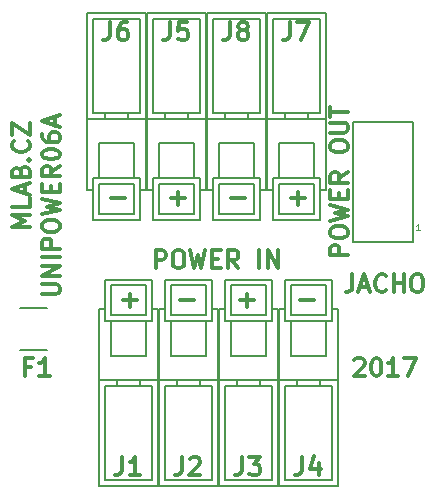
<source format=gbr>
G04 #@! TF.GenerationSoftware,KiCad,Pcbnew,(2017-02-05 revision 431abcf)-makepkg*
G04 #@! TF.CreationDate,2017-03-30T07:50:37+02:00*
G04 #@! TF.ProjectId,UNIPOWER06A,554E49504F5745523036412E6B696361,rev?*
G04 #@! TF.FileFunction,Legend,Top*
G04 #@! TF.FilePolarity,Positive*
%FSLAX46Y46*%
G04 Gerber Fmt 4.6, Leading zero omitted, Abs format (unit mm)*
G04 Created by KiCad (PCBNEW (2017-02-05 revision 431abcf)-makepkg) date 03/30/17 07:50:37*
%MOMM*%
%LPD*%
G01*
G04 APERTURE LIST*
%ADD10C,0.300000*%
%ADD11C,0.150000*%
%ADD12C,0.304800*%
%ADD13C,0.050000*%
G04 APERTURE END LIST*
D10*
X5504571Y22348571D02*
X4004571Y22348571D01*
X5076000Y22848571D01*
X4004571Y23348571D01*
X5504571Y23348571D01*
X5504571Y24777142D02*
X5504571Y24062857D01*
X4004571Y24062857D01*
X5076000Y25205714D02*
X5076000Y25920000D01*
X5504571Y25062857D02*
X4004571Y25562857D01*
X5504571Y26062857D01*
X4718857Y27062857D02*
X4790285Y27277142D01*
X4861714Y27348571D01*
X5004571Y27420000D01*
X5218857Y27420000D01*
X5361714Y27348571D01*
X5433142Y27277142D01*
X5504571Y27134285D01*
X5504571Y26562857D01*
X4004571Y26562857D01*
X4004571Y27062857D01*
X4076000Y27205714D01*
X4147428Y27277142D01*
X4290285Y27348571D01*
X4433142Y27348571D01*
X4576000Y27277142D01*
X4647428Y27205714D01*
X4718857Y27062857D01*
X4718857Y26562857D01*
X5361714Y28062857D02*
X5433142Y28134285D01*
X5504571Y28062857D01*
X5433142Y27991428D01*
X5361714Y28062857D01*
X5504571Y28062857D01*
X5361714Y29634285D02*
X5433142Y29562857D01*
X5504571Y29348571D01*
X5504571Y29205714D01*
X5433142Y28991428D01*
X5290285Y28848571D01*
X5147428Y28777142D01*
X4861714Y28705714D01*
X4647428Y28705714D01*
X4361714Y28777142D01*
X4218857Y28848571D01*
X4076000Y28991428D01*
X4004571Y29205714D01*
X4004571Y29348571D01*
X4076000Y29562857D01*
X4147428Y29634285D01*
X4004571Y30134285D02*
X4004571Y31134285D01*
X5504571Y30134285D01*
X5504571Y31134285D01*
X6544571Y16665714D02*
X7758857Y16665714D01*
X7901714Y16737142D01*
X7973142Y16808571D01*
X8044571Y16951428D01*
X8044571Y17237142D01*
X7973142Y17380000D01*
X7901714Y17451428D01*
X7758857Y17522857D01*
X6544571Y17522857D01*
X8044571Y18237142D02*
X6544571Y18237142D01*
X8044571Y19094285D01*
X6544571Y19094285D01*
X8044571Y19808571D02*
X6544571Y19808571D01*
X8044571Y20522857D02*
X6544571Y20522857D01*
X6544571Y21094285D01*
X6616000Y21237142D01*
X6687428Y21308571D01*
X6830285Y21380000D01*
X7044571Y21380000D01*
X7187428Y21308571D01*
X7258857Y21237142D01*
X7330285Y21094285D01*
X7330285Y20522857D01*
X6544571Y22308571D02*
X6544571Y22594285D01*
X6616000Y22737142D01*
X6758857Y22880000D01*
X7044571Y22951428D01*
X7544571Y22951428D01*
X7830285Y22880000D01*
X7973142Y22737142D01*
X8044571Y22594285D01*
X8044571Y22308571D01*
X7973142Y22165714D01*
X7830285Y22022857D01*
X7544571Y21951428D01*
X7044571Y21951428D01*
X6758857Y22022857D01*
X6616000Y22165714D01*
X6544571Y22308571D01*
X6544571Y23451428D02*
X8044571Y23808571D01*
X6973142Y24094285D01*
X8044571Y24379999D01*
X6544571Y24737142D01*
X7258857Y25308571D02*
X7258857Y25808571D01*
X8044571Y26022857D02*
X8044571Y25308571D01*
X6544571Y25308571D01*
X6544571Y26022857D01*
X8044571Y27522857D02*
X7330285Y27022857D01*
X8044571Y26665714D02*
X6544571Y26665714D01*
X6544571Y27237142D01*
X6616000Y27379999D01*
X6687428Y27451428D01*
X6830285Y27522857D01*
X7044571Y27522857D01*
X7187428Y27451428D01*
X7258857Y27379999D01*
X7330285Y27237142D01*
X7330285Y26665714D01*
X6544571Y28451428D02*
X6544571Y28594285D01*
X6616000Y28737142D01*
X6687428Y28808571D01*
X6830285Y28879999D01*
X7116000Y28951428D01*
X7473142Y28951428D01*
X7758857Y28879999D01*
X7901714Y28808571D01*
X7973142Y28737142D01*
X8044571Y28594285D01*
X8044571Y28451428D01*
X7973142Y28308571D01*
X7901714Y28237142D01*
X7758857Y28165714D01*
X7473142Y28094285D01*
X7116000Y28094285D01*
X6830285Y28165714D01*
X6687428Y28237142D01*
X6616000Y28308571D01*
X6544571Y28451428D01*
X6544571Y30237142D02*
X6544571Y29951428D01*
X6616000Y29808571D01*
X6687428Y29737142D01*
X6901714Y29594285D01*
X7187428Y29522857D01*
X7758857Y29522857D01*
X7901714Y29594285D01*
X7973142Y29665714D01*
X8044571Y29808571D01*
X8044571Y30094285D01*
X7973142Y30237142D01*
X7901714Y30308571D01*
X7758857Y30380000D01*
X7401714Y30380000D01*
X7258857Y30308571D01*
X7187428Y30237142D01*
X7116000Y30094285D01*
X7116000Y29808571D01*
X7187428Y29665714D01*
X7258857Y29594285D01*
X7401714Y29522857D01*
X7616000Y30951428D02*
X7616000Y31665714D01*
X8044571Y30808571D02*
X6544571Y31308571D01*
X8044571Y31808571D01*
X32428571Y19983428D02*
X30928571Y19983428D01*
X30928571Y20554857D01*
X31000000Y20697714D01*
X31071428Y20769142D01*
X31214285Y20840571D01*
X31428571Y20840571D01*
X31571428Y20769142D01*
X31642857Y20697714D01*
X31714285Y20554857D01*
X31714285Y19983428D01*
X30928571Y21769142D02*
X30928571Y22054857D01*
X31000000Y22197714D01*
X31142857Y22340571D01*
X31428571Y22412000D01*
X31928571Y22412000D01*
X32214285Y22340571D01*
X32357142Y22197714D01*
X32428571Y22054857D01*
X32428571Y21769142D01*
X32357142Y21626285D01*
X32214285Y21483428D01*
X31928571Y21412000D01*
X31428571Y21412000D01*
X31142857Y21483428D01*
X31000000Y21626285D01*
X30928571Y21769142D01*
X30928571Y22912000D02*
X32428571Y23269142D01*
X31357142Y23554857D01*
X32428571Y23840571D01*
X30928571Y24197714D01*
X31642857Y24769142D02*
X31642857Y25269142D01*
X32428571Y25483428D02*
X32428571Y24769142D01*
X30928571Y24769142D01*
X30928571Y25483428D01*
X32428571Y26983428D02*
X31714285Y26483428D01*
X32428571Y26126285D02*
X30928571Y26126285D01*
X30928571Y26697714D01*
X31000000Y26840571D01*
X31071428Y26912000D01*
X31214285Y26983428D01*
X31428571Y26983428D01*
X31571428Y26912000D01*
X31642857Y26840571D01*
X31714285Y26697714D01*
X31714285Y26126285D01*
X30928571Y29054857D02*
X30928571Y29340571D01*
X31000000Y29483428D01*
X31142857Y29626285D01*
X31428571Y29697714D01*
X31928571Y29697714D01*
X32214285Y29626285D01*
X32357142Y29483428D01*
X32428571Y29340571D01*
X32428571Y29054857D01*
X32357142Y28912000D01*
X32214285Y28769142D01*
X31928571Y28697714D01*
X31428571Y28697714D01*
X31142857Y28769142D01*
X31000000Y28912000D01*
X30928571Y29054857D01*
X30928571Y30340571D02*
X32142857Y30340571D01*
X32285714Y30412000D01*
X32357142Y30483428D01*
X32428571Y30626285D01*
X32428571Y30912000D01*
X32357142Y31054857D01*
X32285714Y31126285D01*
X32142857Y31197714D01*
X30928571Y31197714D01*
X30928571Y31697714D02*
X30928571Y32554857D01*
X32428571Y32126285D02*
X30928571Y32126285D01*
X16157428Y18879428D02*
X16157428Y20379428D01*
X16728857Y20379428D01*
X16871714Y20308000D01*
X16943142Y20236571D01*
X17014571Y20093714D01*
X17014571Y19879428D01*
X16943142Y19736571D01*
X16871714Y19665142D01*
X16728857Y19593714D01*
X16157428Y19593714D01*
X17943142Y20379428D02*
X18228857Y20379428D01*
X18371714Y20308000D01*
X18514571Y20165142D01*
X18586000Y19879428D01*
X18586000Y19379428D01*
X18514571Y19093714D01*
X18371714Y18950857D01*
X18228857Y18879428D01*
X17943142Y18879428D01*
X17800285Y18950857D01*
X17657428Y19093714D01*
X17586000Y19379428D01*
X17586000Y19879428D01*
X17657428Y20165142D01*
X17800285Y20308000D01*
X17943142Y20379428D01*
X19086000Y20379428D02*
X19443142Y18879428D01*
X19728857Y19950857D01*
X20014571Y18879428D01*
X20371714Y20379428D01*
X20943142Y19665142D02*
X21443142Y19665142D01*
X21657428Y18879428D02*
X20943142Y18879428D01*
X20943142Y20379428D01*
X21657428Y20379428D01*
X23157428Y18879428D02*
X22657428Y19593714D01*
X22300285Y18879428D02*
X22300285Y20379428D01*
X22871714Y20379428D01*
X23014571Y20308000D01*
X23086000Y20236571D01*
X23157428Y20093714D01*
X23157428Y19879428D01*
X23086000Y19736571D01*
X23014571Y19665142D01*
X22871714Y19593714D01*
X22300285Y19593714D01*
X24943142Y18879428D02*
X24943142Y20379428D01*
X25657428Y18879428D02*
X25657428Y20379428D01*
X26514571Y18879428D01*
X26514571Y20379428D01*
X22542571Y24784857D02*
X23685428Y24784857D01*
X12382571Y24784857D02*
X13525428Y24784857D01*
X27622571Y24784857D02*
X28765428Y24784857D01*
X28194000Y24213428D02*
X28194000Y25356285D01*
X17462571Y24784857D02*
X18605428Y24784857D01*
X18034000Y24213428D02*
X18034000Y25356285D01*
X28384571Y16148857D02*
X29527428Y16148857D01*
X18224571Y16148857D02*
X19367428Y16148857D01*
X23304571Y16148857D02*
X24447428Y16148857D01*
X23876000Y15577428D02*
X23876000Y16720285D01*
X13398571Y16148857D02*
X14541428Y16148857D01*
X13970000Y15577428D02*
X13970000Y16720285D01*
X32988571Y11092571D02*
X33060000Y11164000D01*
X33202857Y11235428D01*
X33560000Y11235428D01*
X33702857Y11164000D01*
X33774285Y11092571D01*
X33845714Y10949714D01*
X33845714Y10806857D01*
X33774285Y10592571D01*
X32917142Y9735428D01*
X33845714Y9735428D01*
X34774285Y11235428D02*
X34917142Y11235428D01*
X35060000Y11164000D01*
X35131428Y11092571D01*
X35202857Y10949714D01*
X35274285Y10664000D01*
X35274285Y10306857D01*
X35202857Y10021142D01*
X35131428Y9878285D01*
X35060000Y9806857D01*
X34917142Y9735428D01*
X34774285Y9735428D01*
X34631428Y9806857D01*
X34560000Y9878285D01*
X34488571Y10021142D01*
X34417142Y10306857D01*
X34417142Y10664000D01*
X34488571Y10949714D01*
X34560000Y11092571D01*
X34631428Y11164000D01*
X34774285Y11235428D01*
X36702857Y9735428D02*
X35845714Y9735428D01*
X36274285Y9735428D02*
X36274285Y11235428D01*
X36131428Y11021142D01*
X35988571Y10878285D01*
X35845714Y10806857D01*
X37202857Y11235428D02*
X38202857Y11235428D01*
X37560000Y9735428D01*
X32810000Y18347428D02*
X32810000Y17276000D01*
X32738571Y17061714D01*
X32595714Y16918857D01*
X32381428Y16847428D01*
X32238571Y16847428D01*
X33452857Y17276000D02*
X34167142Y17276000D01*
X33310000Y16847428D02*
X33810000Y18347428D01*
X34310000Y16847428D01*
X35667142Y16990285D02*
X35595714Y16918857D01*
X35381428Y16847428D01*
X35238571Y16847428D01*
X35024285Y16918857D01*
X34881428Y17061714D01*
X34810000Y17204571D01*
X34738571Y17490285D01*
X34738571Y17704571D01*
X34810000Y17990285D01*
X34881428Y18133142D01*
X35024285Y18276000D01*
X35238571Y18347428D01*
X35381428Y18347428D01*
X35595714Y18276000D01*
X35667142Y18204571D01*
X36310000Y16847428D02*
X36310000Y18347428D01*
X36310000Y17633142D02*
X37167142Y17633142D01*
X37167142Y16847428D02*
X37167142Y18347428D01*
X38167142Y18347428D02*
X38452857Y18347428D01*
X38595714Y18276000D01*
X38738571Y18133142D01*
X38810000Y17847428D01*
X38810000Y17347428D01*
X38738571Y17061714D01*
X38595714Y16918857D01*
X38452857Y16847428D01*
X38167142Y16847428D01*
X38024285Y16918857D01*
X37881428Y17061714D01*
X37810000Y17347428D01*
X37810000Y17847428D01*
X37881428Y18133142D01*
X38024285Y18276000D01*
X38167142Y18347428D01*
D11*
X4699000Y15494000D02*
X6985000Y15494000D01*
X4699000Y11938000D02*
X6985000Y11938000D01*
X11343000Y414000D02*
X11343000Y9414000D01*
X16343000Y9414000D02*
X16343000Y414000D01*
X11343000Y9414000D02*
X11343000Y15414000D01*
X11843000Y913900D02*
X11843000Y8913900D01*
X12343000Y11414000D02*
X12343000Y14414000D01*
X16343000Y9414000D02*
X16343000Y15414000D01*
X15843000Y913900D02*
X15843000Y8913900D01*
X15343000Y11414000D02*
X15343000Y14414000D01*
X11843000Y14414000D02*
X11843000Y17915000D01*
X12343000Y14914100D02*
X12343000Y17414000D01*
X12843000Y8913900D02*
X12843000Y9414000D01*
X15843000Y14414000D02*
X15843000Y17914100D01*
X15343000Y14914100D02*
X15343000Y17414000D01*
X14843000Y8913900D02*
X14843000Y9414000D01*
X15843000Y913900D02*
X11843000Y913900D01*
X11843000Y8913900D02*
X15843000Y8913900D01*
X15343100Y11414000D02*
X12342900Y11414000D01*
X11843000Y14414000D02*
X15843000Y14414000D01*
X11843000Y17914100D02*
X15843000Y17914100D01*
X15344000Y14914100D02*
X12342000Y14914100D01*
X15344000Y17414000D02*
X12342000Y17414000D01*
X16343100Y414000D02*
X11342900Y414000D01*
X16343100Y9414000D02*
X11342900Y9414000D01*
X11843000Y15414000D02*
X11343000Y15414000D01*
X16343000Y15414000D02*
X15843000Y15414000D01*
X21423000Y15414000D02*
X20923000Y15414000D01*
X16923000Y15414000D02*
X16423000Y15414000D01*
X21423100Y9414000D02*
X16422900Y9414000D01*
X21423100Y414000D02*
X16422900Y414000D01*
X20424000Y17414000D02*
X17422000Y17414000D01*
X20424000Y14914100D02*
X17422000Y14914100D01*
X16923000Y17914100D02*
X20923000Y17914100D01*
X16923000Y14414000D02*
X20923000Y14414000D01*
X20423100Y11414000D02*
X17422900Y11414000D01*
X16923000Y8913900D02*
X20923000Y8913900D01*
X20923000Y913900D02*
X16923000Y913900D01*
X19923000Y8913900D02*
X19923000Y9414000D01*
X20423000Y14914100D02*
X20423000Y17414000D01*
X20923000Y14414000D02*
X20923000Y17914100D01*
X17923000Y8913900D02*
X17923000Y9414000D01*
X17423000Y14914100D02*
X17423000Y17414000D01*
X16923000Y14414000D02*
X16923000Y17915000D01*
X20423000Y11414000D02*
X20423000Y14414000D01*
X20923000Y913900D02*
X20923000Y8913900D01*
X21423000Y9414000D02*
X21423000Y15414000D01*
X17423000Y11414000D02*
X17423000Y14414000D01*
X16923000Y913900D02*
X16923000Y8913900D01*
X16423000Y9414000D02*
X16423000Y15414000D01*
X21423000Y9414000D02*
X21423000Y414000D01*
X16423000Y414000D02*
X16423000Y9414000D01*
X21503000Y414000D02*
X21503000Y9414000D01*
X26503000Y9414000D02*
X26503000Y414000D01*
X21503000Y9414000D02*
X21503000Y15414000D01*
X22003000Y913900D02*
X22003000Y8913900D01*
X22503000Y11414000D02*
X22503000Y14414000D01*
X26503000Y9414000D02*
X26503000Y15414000D01*
X26003000Y913900D02*
X26003000Y8913900D01*
X25503000Y11414000D02*
X25503000Y14414000D01*
X22003000Y14414000D02*
X22003000Y17915000D01*
X22503000Y14914100D02*
X22503000Y17414000D01*
X23003000Y8913900D02*
X23003000Y9414000D01*
X26003000Y14414000D02*
X26003000Y17914100D01*
X25503000Y14914100D02*
X25503000Y17414000D01*
X25003000Y8913900D02*
X25003000Y9414000D01*
X26003000Y913900D02*
X22003000Y913900D01*
X22003000Y8913900D02*
X26003000Y8913900D01*
X25503100Y11414000D02*
X22502900Y11414000D01*
X22003000Y14414000D02*
X26003000Y14414000D01*
X22003000Y17914100D02*
X26003000Y17914100D01*
X25504000Y14914100D02*
X22502000Y14914100D01*
X25504000Y17414000D02*
X22502000Y17414000D01*
X26503100Y414000D02*
X21502900Y414000D01*
X26503100Y9414000D02*
X21502900Y9414000D01*
X22003000Y15414000D02*
X21503000Y15414000D01*
X26503000Y15414000D02*
X26003000Y15414000D01*
X31583000Y15414000D02*
X31083000Y15414000D01*
X27083000Y15414000D02*
X26583000Y15414000D01*
X31583100Y9414000D02*
X26582900Y9414000D01*
X31583100Y414000D02*
X26582900Y414000D01*
X30584000Y17414000D02*
X27582000Y17414000D01*
X30584000Y14914100D02*
X27582000Y14914100D01*
X27083000Y17914100D02*
X31083000Y17914100D01*
X27083000Y14414000D02*
X31083000Y14414000D01*
X30583100Y11414000D02*
X27582900Y11414000D01*
X27083000Y8913900D02*
X31083000Y8913900D01*
X31083000Y913900D02*
X27083000Y913900D01*
X30083000Y8913900D02*
X30083000Y9414000D01*
X30583000Y14914100D02*
X30583000Y17414000D01*
X31083000Y14414000D02*
X31083000Y17914100D01*
X28083000Y8913900D02*
X28083000Y9414000D01*
X27583000Y14914100D02*
X27583000Y17414000D01*
X27083000Y14414000D02*
X27083000Y17915000D01*
X30583000Y11414000D02*
X30583000Y14414000D01*
X31083000Y913900D02*
X31083000Y8913900D01*
X31583000Y9414000D02*
X31583000Y15414000D01*
X27583000Y11414000D02*
X27583000Y14414000D01*
X27083000Y913900D02*
X27083000Y8913900D01*
X26583000Y9414000D02*
X26583000Y15414000D01*
X31583000Y9414000D02*
X31583000Y414000D01*
X26583000Y414000D02*
X26583000Y9414000D01*
X20407000Y40480000D02*
X20407000Y31480000D01*
X15407000Y31480000D02*
X15407000Y40480000D01*
X20407000Y31480000D02*
X20407000Y25480000D01*
X19907000Y39980100D02*
X19907000Y31980100D01*
X19407000Y29480000D02*
X19407000Y26480000D01*
X15407000Y31480000D02*
X15407000Y25480000D01*
X15907000Y39980100D02*
X15907000Y31980100D01*
X16407000Y29480000D02*
X16407000Y26480000D01*
X19907000Y26480000D02*
X19907000Y22979000D01*
X19407000Y25979900D02*
X19407000Y23480000D01*
X18907000Y31980100D02*
X18907000Y31480000D01*
X15907000Y26480000D02*
X15907000Y22979900D01*
X16407000Y25979900D02*
X16407000Y23480000D01*
X16907000Y31980100D02*
X16907000Y31480000D01*
X15907000Y39980100D02*
X19907000Y39980100D01*
X19907000Y31980100D02*
X15907000Y31980100D01*
X16406900Y29480000D02*
X19407100Y29480000D01*
X19907000Y26480000D02*
X15907000Y26480000D01*
X19907000Y22979900D02*
X15907000Y22979900D01*
X16406000Y25979900D02*
X19408000Y25979900D01*
X16406000Y23480000D02*
X19408000Y23480000D01*
X15406900Y40480000D02*
X20407100Y40480000D01*
X15406900Y31480000D02*
X20407100Y31480000D01*
X19907000Y25480000D02*
X20407000Y25480000D01*
X15407000Y25480000D02*
X15907000Y25480000D01*
X10327000Y25480000D02*
X10827000Y25480000D01*
X14827000Y25480000D02*
X15327000Y25480000D01*
X10326900Y31480000D02*
X15327100Y31480000D01*
X10326900Y40480000D02*
X15327100Y40480000D01*
X11326000Y23480000D02*
X14328000Y23480000D01*
X11326000Y25979900D02*
X14328000Y25979900D01*
X14827000Y22979900D02*
X10827000Y22979900D01*
X14827000Y26480000D02*
X10827000Y26480000D01*
X11326900Y29480000D02*
X14327100Y29480000D01*
X14827000Y31980100D02*
X10827000Y31980100D01*
X10827000Y39980100D02*
X14827000Y39980100D01*
X11827000Y31980100D02*
X11827000Y31480000D01*
X11327000Y25979900D02*
X11327000Y23480000D01*
X10827000Y26480000D02*
X10827000Y22979900D01*
X13827000Y31980100D02*
X13827000Y31480000D01*
X14327000Y25979900D02*
X14327000Y23480000D01*
X14827000Y26480000D02*
X14827000Y22979000D01*
X11327000Y29480000D02*
X11327000Y26480000D01*
X10827000Y39980100D02*
X10827000Y31980100D01*
X10327000Y31480000D02*
X10327000Y25480000D01*
X14327000Y29480000D02*
X14327000Y26480000D01*
X14827000Y39980100D02*
X14827000Y31980100D01*
X15327000Y31480000D02*
X15327000Y25480000D01*
X10327000Y31480000D02*
X10327000Y40480000D01*
X15327000Y40480000D02*
X15327000Y31480000D01*
X25487000Y40480000D02*
X25487000Y31480000D01*
X20487000Y31480000D02*
X20487000Y40480000D01*
X25487000Y31480000D02*
X25487000Y25480000D01*
X24987000Y39980100D02*
X24987000Y31980100D01*
X24487000Y29480000D02*
X24487000Y26480000D01*
X20487000Y31480000D02*
X20487000Y25480000D01*
X20987000Y39980100D02*
X20987000Y31980100D01*
X21487000Y29480000D02*
X21487000Y26480000D01*
X24987000Y26480000D02*
X24987000Y22979000D01*
X24487000Y25979900D02*
X24487000Y23480000D01*
X23987000Y31980100D02*
X23987000Y31480000D01*
X20987000Y26480000D02*
X20987000Y22979900D01*
X21487000Y25979900D02*
X21487000Y23480000D01*
X21987000Y31980100D02*
X21987000Y31480000D01*
X20987000Y39980100D02*
X24987000Y39980100D01*
X24987000Y31980100D02*
X20987000Y31980100D01*
X21486900Y29480000D02*
X24487100Y29480000D01*
X24987000Y26480000D02*
X20987000Y26480000D01*
X24987000Y22979900D02*
X20987000Y22979900D01*
X21486000Y25979900D02*
X24488000Y25979900D01*
X21486000Y23480000D02*
X24488000Y23480000D01*
X20486900Y40480000D02*
X25487100Y40480000D01*
X20486900Y31480000D02*
X25487100Y31480000D01*
X24987000Y25480000D02*
X25487000Y25480000D01*
X20487000Y25480000D02*
X20987000Y25480000D01*
X25567000Y25480000D02*
X26067000Y25480000D01*
X30067000Y25480000D02*
X30567000Y25480000D01*
X25566900Y31480000D02*
X30567100Y31480000D01*
X25566900Y40480000D02*
X30567100Y40480000D01*
X26566000Y23480000D02*
X29568000Y23480000D01*
X26566000Y25979900D02*
X29568000Y25979900D01*
X30067000Y22979900D02*
X26067000Y22979900D01*
X30067000Y26480000D02*
X26067000Y26480000D01*
X26566900Y29480000D02*
X29567100Y29480000D01*
X30067000Y31980100D02*
X26067000Y31980100D01*
X26067000Y39980100D02*
X30067000Y39980100D01*
X27067000Y31980100D02*
X27067000Y31480000D01*
X26567000Y25979900D02*
X26567000Y23480000D01*
X26067000Y26480000D02*
X26067000Y22979900D01*
X29067000Y31980100D02*
X29067000Y31480000D01*
X29567000Y25979900D02*
X29567000Y23480000D01*
X30067000Y26480000D02*
X30067000Y22979000D01*
X26567000Y29480000D02*
X26567000Y26480000D01*
X26067000Y39980100D02*
X26067000Y31980100D01*
X25567000Y31480000D02*
X25567000Y25480000D01*
X29567000Y29480000D02*
X29567000Y26480000D01*
X30067000Y39980100D02*
X30067000Y31980100D01*
X30567000Y31480000D02*
X30567000Y25480000D01*
X25567000Y31480000D02*
X25567000Y40480000D01*
X30567000Y40480000D02*
X30567000Y31480000D01*
X37973000Y21082000D02*
X32893000Y21082000D01*
X32893000Y21082000D02*
X32893000Y31242000D01*
X32893000Y31242000D02*
X37973000Y31242000D01*
X37973000Y31242000D02*
X37973000Y21082000D01*
D12*
X5588000Y10522857D02*
X5080000Y10522857D01*
X5080000Y9724571D02*
X5080000Y11248571D01*
X5805714Y11248571D01*
X7184571Y9724571D02*
X6313714Y9724571D01*
X6749142Y9724571D02*
X6749142Y11248571D01*
X6604000Y11030857D01*
X6458857Y10885714D01*
X6313714Y10813142D01*
X13335000Y2866571D02*
X13335000Y1778000D01*
X13262428Y1560285D01*
X13117285Y1415142D01*
X12899571Y1342571D01*
X12754428Y1342571D01*
X14859000Y1342571D02*
X13988142Y1342571D01*
X14423571Y1342571D02*
X14423571Y2866571D01*
X14278428Y2648857D01*
X14133285Y2503714D01*
X13988142Y2431142D01*
X18415000Y2866571D02*
X18415000Y1778000D01*
X18342428Y1560285D01*
X18197285Y1415142D01*
X17979571Y1342571D01*
X17834428Y1342571D01*
X19068142Y2721428D02*
X19140714Y2794000D01*
X19285857Y2866571D01*
X19648714Y2866571D01*
X19793857Y2794000D01*
X19866428Y2721428D01*
X19939000Y2576285D01*
X19939000Y2431142D01*
X19866428Y2213428D01*
X18995571Y1342571D01*
X19939000Y1342571D01*
X23495000Y2866571D02*
X23495000Y1778000D01*
X23422428Y1560285D01*
X23277285Y1415142D01*
X23059571Y1342571D01*
X22914428Y1342571D01*
X24075571Y2866571D02*
X25019000Y2866571D01*
X24511000Y2286000D01*
X24728714Y2286000D01*
X24873857Y2213428D01*
X24946428Y2140857D01*
X25019000Y1995714D01*
X25019000Y1632857D01*
X24946428Y1487714D01*
X24873857Y1415142D01*
X24728714Y1342571D01*
X24293285Y1342571D01*
X24148142Y1415142D01*
X24075571Y1487714D01*
X28575000Y2866571D02*
X28575000Y1778000D01*
X28502428Y1560285D01*
X28357285Y1415142D01*
X28139571Y1342571D01*
X27994428Y1342571D01*
X29953857Y2358571D02*
X29953857Y1342571D01*
X29591000Y2939142D02*
X29228142Y1850571D01*
X30171571Y1850571D01*
X17399000Y39696571D02*
X17399000Y38608000D01*
X17326428Y38390285D01*
X17181285Y38245142D01*
X16963571Y38172571D01*
X16818428Y38172571D01*
X18850428Y39696571D02*
X18124714Y39696571D01*
X18052142Y38970857D01*
X18124714Y39043428D01*
X18269857Y39116000D01*
X18632714Y39116000D01*
X18777857Y39043428D01*
X18850428Y38970857D01*
X18923000Y38825714D01*
X18923000Y38462857D01*
X18850428Y38317714D01*
X18777857Y38245142D01*
X18632714Y38172571D01*
X18269857Y38172571D01*
X18124714Y38245142D01*
X18052142Y38317714D01*
X12319000Y39696571D02*
X12319000Y38608000D01*
X12246428Y38390285D01*
X12101285Y38245142D01*
X11883571Y38172571D01*
X11738428Y38172571D01*
X13697857Y39696571D02*
X13407571Y39696571D01*
X13262428Y39624000D01*
X13189857Y39551428D01*
X13044714Y39333714D01*
X12972142Y39043428D01*
X12972142Y38462857D01*
X13044714Y38317714D01*
X13117285Y38245142D01*
X13262428Y38172571D01*
X13552714Y38172571D01*
X13697857Y38245142D01*
X13770428Y38317714D01*
X13843000Y38462857D01*
X13843000Y38825714D01*
X13770428Y38970857D01*
X13697857Y39043428D01*
X13552714Y39116000D01*
X13262428Y39116000D01*
X13117285Y39043428D01*
X13044714Y38970857D01*
X12972142Y38825714D01*
X22479000Y39696571D02*
X22479000Y38608000D01*
X22406428Y38390285D01*
X22261285Y38245142D01*
X22043571Y38172571D01*
X21898428Y38172571D01*
X23422428Y39043428D02*
X23277285Y39116000D01*
X23204714Y39188571D01*
X23132142Y39333714D01*
X23132142Y39406285D01*
X23204714Y39551428D01*
X23277285Y39624000D01*
X23422428Y39696571D01*
X23712714Y39696571D01*
X23857857Y39624000D01*
X23930428Y39551428D01*
X24003000Y39406285D01*
X24003000Y39333714D01*
X23930428Y39188571D01*
X23857857Y39116000D01*
X23712714Y39043428D01*
X23422428Y39043428D01*
X23277285Y38970857D01*
X23204714Y38898285D01*
X23132142Y38753142D01*
X23132142Y38462857D01*
X23204714Y38317714D01*
X23277285Y38245142D01*
X23422428Y38172571D01*
X23712714Y38172571D01*
X23857857Y38245142D01*
X23930428Y38317714D01*
X24003000Y38462857D01*
X24003000Y38753142D01*
X23930428Y38898285D01*
X23857857Y38970857D01*
X23712714Y39043428D01*
X27559000Y39696571D02*
X27559000Y38608000D01*
X27486428Y38390285D01*
X27341285Y38245142D01*
X27123571Y38172571D01*
X26978428Y38172571D01*
X28139571Y39696571D02*
X29155571Y39696571D01*
X28502428Y38172571D01*
D13*
X38496857Y22125809D02*
X38211142Y22125809D01*
X38354000Y22125809D02*
X38354000Y22625809D01*
X38306380Y22554380D01*
X38258761Y22506761D01*
X38211142Y22482952D01*
M02*

</source>
